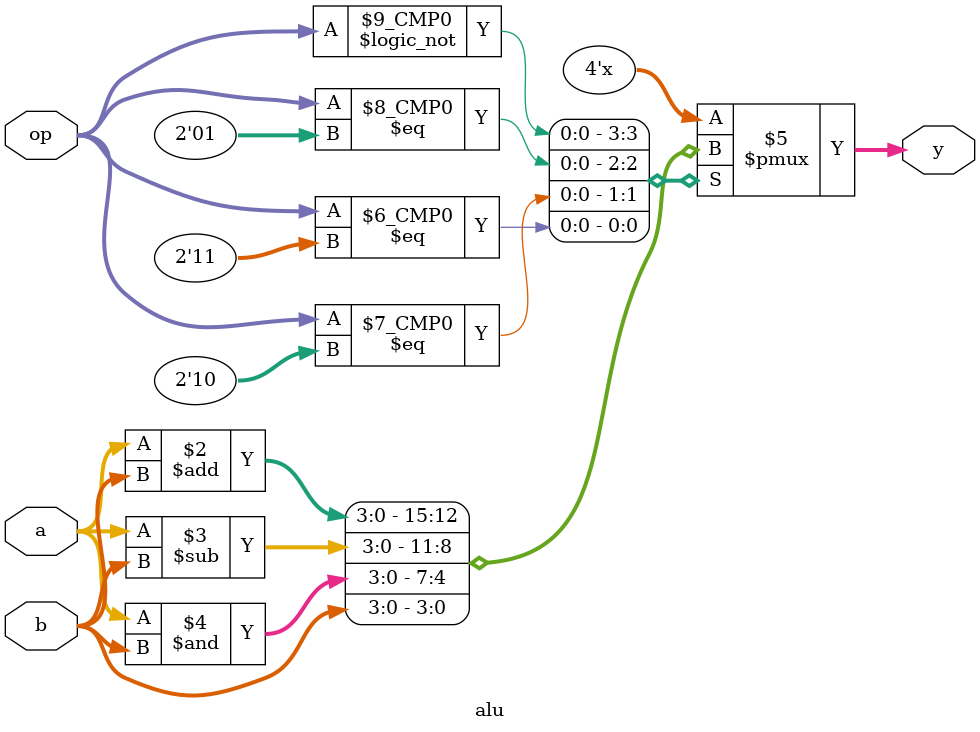
<source format=v>
module alu(
    input [3:0] a, b,
    input [1:0] op,
    output reg [3:0] y
);
    always @(*) begin
        case(op)
            2'b00: y = a + b;  // ADD
            2'b01: y = a - b;  // SUB
            2'b10: y = a & b;  // AND
            2'b11: y = b;      // LOAD IMM
        endcase
    end
endmodule

</source>
